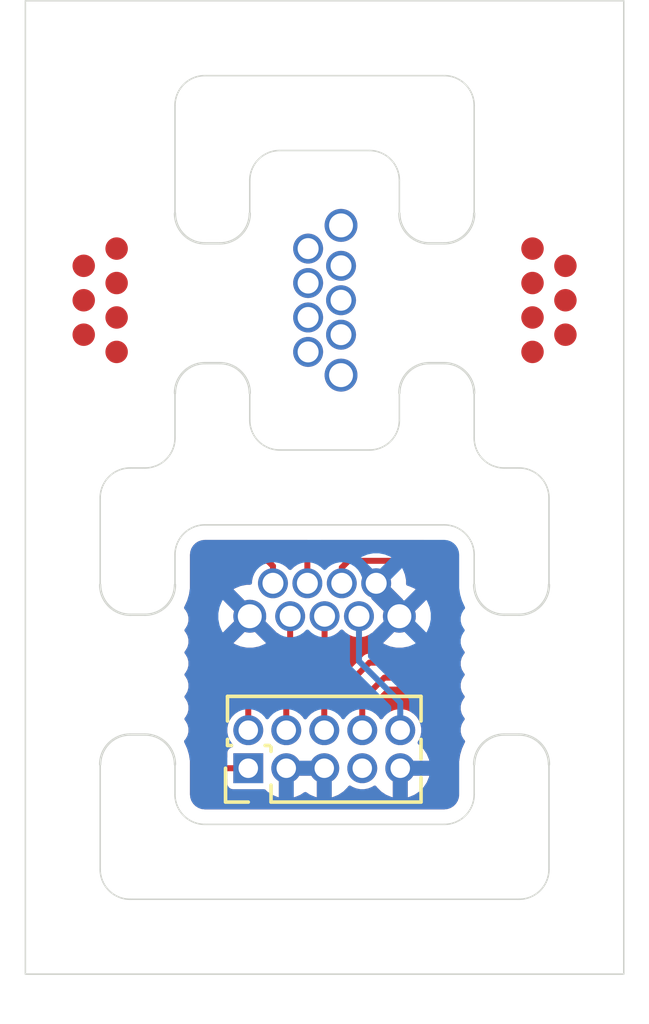
<source format=kicad_pcb>
(kicad_pcb (version 20241129) (generator "pcbnew") (generator_version "8.99")
  (layers (0 "F.Cu" signal) (2 "B.Cu" signal) (13 "F.Paste" user) (15 "B.Paste" user) (5 "F.SilkS" user "F.Silkscreen") (7 "B.SilkS" user "B.Silkscreen") (1 "F.Mask" user) (3 "B.Mask" user) (25 "Edge.Cuts" user))
  (net 0 "")
  (net 10 "/RX")
  (net 11 "/TX")
  (net 12 "Net-(J2-Pin_1)")
  (net 13 "/~{RESET}")
  (net 14 "/GND")
  (net 15 "/SWDIO")
  (net 16 "/SWCLK")
  (footprint "PCM_marbastlib-various:mousebites_2.5mm" (layer "F.Cu") (at 150.1 109)
    (property "Reference" "H3" (hide yes))
    (property "Value" "MountingHole" (hide yes))
    (fp_line (start -1.5 -2) (end -1 -2) (stroke (width 0.08)) (layer "Edge.Cuts"))
    (fp_line (start -1 2) (end -1.5 2) (stroke (width 0.08)) (layer "Edge.Cuts"))
    (fp_arc (start -2.5 3) (mid -2.207108 2.292895) (end -1.500003 2.000003) (stroke (width 0.08)) (layer "Edge.Cuts"))
    (fp_arc (start -1.5 -2) (mid -2.207105 -2.292892) (end -2.499997 -2.999997) (stroke (width 0.08)) (layer "Edge.Cuts"))
    (fp_arc (start -1 2) (mid -0.292895 2.292892) (end -0.000003 2.999997) (stroke (width 0.08)) (layer "Edge.Cuts"))
    (fp_arc (start 0 -3) (mid -0.292892 -2.292895) (end -0.999997 -2.000003) (stroke (width 0.08)) (layer "Edge.Cuts"))
    (pad "" np_thru_hole circle (at -0.05 -1.85) (size 0.5 0.5) (drill 0.5) (layers "F&B.Cu" "*.Mask"))
    (pad "" np_thru_hole circle (at -0.05 -1.11) (size 0.5 0.5) (drill 0.5) (layers "F&B.Cu" "*.Mask"))
    (pad "" np_thru_hole circle (at -0.05 -0.37) (size 0.5 0.5) (drill 0.5) (layers "F&B.Cu" "*.Mask"))
    (pad "" np_thru_hole circle (at -0.05 0.37) (size 0.5 0.5) (drill 0.5) (layers "F&B.Cu" "*.Mask"))
    (pad "" np_thru_hole circle (at -0.05 1.11) (size 0.5 0.5) (drill 0.5) (layers "F&B.Cu" "*.Mask"))
    (pad "" np_thru_hole circle (at -0.05 1.85) (size 0.5 0.5) (drill 0.5) (layers "F&B.Cu" "*.Mask"))
  )
  (footprint "PCM_marbastlib-various:mousebites_2.5mm" (layer "F.Cu") (at 157.6 96.6 180)
    (property "Reference" "H2" (hide yes))
    (property "Value" "MountingHole" (hide yes))
    (fp_line (start -1 2) (end -1.5 2) (stroke (width 0.08)) (layer "Edge.Cuts"))
    (fp_line (start -1.5 -2) (end -1 -2) (stroke (width 0.08)) (layer "Edge.Cuts"))
    (fp_arc (start 0 -3) (mid -0.292892 -2.292895) (end -0.999997 -2.000003) (stroke (width 0.08)) (layer "Edge.Cuts"))
    (fp_arc (start -1 2) (mid -0.292895 2.292892) (end -0.000003 2.999997) (stroke (width 0.08)) (layer "Edge.Cuts"))
    (fp_arc (start -1.5 -2) (mid -2.207105 -2.292892) (end -2.499997 -2.999997) (stroke (width 0.08)) (layer "Edge.Cuts"))
    (fp_arc (start -2.5 3) (mid -2.207108 2.292895) (end -1.500003 2.000003) (stroke (width 0.08)) (layer "Edge.Cuts"))
    (pad "" np_thru_hole circle (at -0.05 -1.85 180) (size 0.5 0.5) (drill 0.5) (layers "F&B.Cu" "*.Mask"))
    (pad "" np_thru_hole circle (at -0.05 -1.11 180) (size 0.5 0.5) (drill 0.5) (layers "F&B.Cu" "*.Mask"))
    (pad "" np_thru_hole circle (at -0.05 -0.37 180) (size 0.5 0.5) (drill 0.5) (layers "F&B.Cu" "*.Mask"))
    (pad "" np_thru_hole circle (at -0.05 0.37 180) (size 0.5 0.5) (drill 0.5) (layers "F&B.Cu" "*.Mask"))
    (pad "" np_thru_hole circle (at -0.05 1.11 180) (size 0.5 0.5) (drill 0.5) (layers "F&B.Cu" "*.Mask"))
    (pad "" np_thru_hole circle (at -0.05 1.85 180) (size 0.5 0.5) (drill 0.5) (layers "F&B.Cu" "*.Mask"))
  )
  (footprint "PCM_marbastlib-various:mousebites_2.5mm" (layer "F.Cu") (at 152.6 96.6)
    (property "Reference" "H1" (hide yes))
    (property "Value" "MountingHole" (hide yes))
    (fp_line (start -1.5 -2) (end -1 -2) (stroke (width 0.08)) (layer "Edge.Cuts"))
    (fp_line (start -1 2) (end -1.5 2) (stroke (width 0.08)) (layer "Edge.Cuts"))
    (fp_arc (start -2.5 3) (mid -2.207108 2.292895) (end -1.500003 2.000003) (stroke (width 0.08)) (layer "Edge.Cuts"))
    (fp_arc (start -1.5 -2) (mid -2.207105 -2.292892) (end -2.499997 -2.999997) (stroke (width 0.08)) (layer "Edge.Cuts"))
    (fp_arc (start -1 2) (mid -0.292895 2.292892) (end -0.000003 2.999997) (stroke (width 0.08)) (layer "Edge.Cuts"))
    (fp_arc (start 0 -3) (mid -0.292892 -2.292895) (end -0.999997 -2.000003) (stroke (width 0.08)) (layer "Edge.Cuts"))
    (pad "" np_thru_hole circle (at -0.05 -1.85) (size 0.5 0.5) (drill 0.5) (layers "F&B.Cu" "*.Mask"))
    (pad "" np_thru_hole circle (at -0.05 -1.11) (size 0.5 0.5) (drill 0.5) (layers "F&B.Cu" "*.Mask"))
    (pad "" np_thru_hole circle (at -0.05 -0.37) (size 0.5 0.5) (drill 0.5) (layers "F&B.Cu" "*.Mask"))
    (pad "" np_thru_hole circle (at -0.05 0.37) (size 0.5 0.5) (drill 0.5) (layers "F&B.Cu" "*.Mask"))
    (pad "" np_thru_hole circle (at -0.05 1.11) (size 0.5 0.5) (drill 0.5) (layers "F&B.Cu" "*.Mask"))
    (pad "" np_thru_hole circle (at -0.05 1.85) (size 0.5 0.5) (drill 0.5) (layers "F&B.Cu" "*.Mask"))
  )
  (footprint "EZConnect:EZConnect" (layer "F.Cu") (at 155.1 106.5)
    (property "Reference" "J2" (hide yes))
    (property "Value" "Conn_01x07_MountingPin")
    (pad "1" thru_hole circle (at -1.725 -0.55) (size 1 1) (drill 0.7) (layers "*.Cu" "*.Mask") (net 12 "Net-(J2-Pin_1)"))
    (pad "2" thru_hole circle (at -0.575 -0.55) (size 1 1) (drill 0.7) (layers "*.Cu" "*.Mask") (net 10 "/RX"))
    (pad "3" thru_hole circle (at 0.575 -0.55) (size 1 1) (drill 0.7) (layers "*.Cu" "*.Mask") (net 11 "/TX"))
    (pad "4" thru_hole circle (at 1.725 -0.55) (size 1 1) (drill 0.7) (layers "*.Cu" "*.Mask") (net 14 "/GND"))
    (pad "5" thru_hole circle (at -1.15 0.55) (size 1 1) (drill 0.7) (layers "*.Cu" "*.Mask") (net 15 "/SWDIO"))
    (pad "6" thru_hole circle (at 0 0.55) (size 1 1) (drill 0.7) (layers "*.Cu" "*.Mask") (net 16 "/SWCLK"))
    (pad "7" thru_hole circle (at 1.15 0.55) (size 1 1) (drill 0.7) (layers "*.Cu" "*.Mask") (net 13 "/~{RESET}"))
    (pad "MP" thru_hole circle (at -2.5 0.55) (size 1.1 1.1) (drill 0.8) (layers "*.Cu" "*.Mask") (net 14 "/GND"))
    (pad "MP" thru_hole circle (at 2.5 0.55) (size 1.1 1.1) (drill 0.8) (layers "*.Cu" "*.Mask") (net 14 "/GND"))
  )
  (footprint "EZConnect:EZConnect" (layer "F.Cu") (at 155.1 96.5 90)
    (property "Reference" "J1" (hide yes))
    (property "Value" "Conn_01x07_MountingPin")
    (pad "1" thru_hole circle (at -1.725 -0.55 90) (size 1 1) (drill 0.7) (layers "*.Cu" "*.Mask"))
    (pad "2" thru_hole circle (at -0.575 -0.55 90) (size 1 1) (drill 0.7) (layers "*.Cu" "*.Mask"))
    (pad "3" thru_hole circle (at 0.575 -0.55 90) (size 1 1) (drill 0.7) (layers "*.Cu" "*.Mask"))
    (pad "4" thru_hole circle (at 1.725 -0.55 90) (size 1 1) (drill 0.7) (layers "*.Cu" "*.Mask"))
    (pad "5" thru_hole circle (at -1.15 0.55 90) (size 1 1) (drill 0.7) (layers "*.Cu" "*.Mask"))
    (pad "6" thru_hole circle (at 0 0.55 90) (size 1 1) (drill 0.7) (layers "*.Cu" "*.Mask"))
    (pad "7" thru_hole circle (at 1.15 0.55 90) (size 1 1) (drill 0.7) (layers "*.Cu" "*.Mask"))
    (pad "MP" thru_hole circle (at -2.5 0.55 90) (size 1.1 1.1) (drill 0.8) (layers "*.Cu" "*.Mask"))
    (pad "MP" thru_hole circle (at 2.5 0.55 90) (size 1.1 1.1) (drill 0.8) (layers "*.Cu" "*.Mask"))
  )
  (footprint "EZConnect:EZConnect_Contact" (layer "F.Cu") (at 147.6 96.5 -90)
    (property "Reference" "J5" (hide yes))
    (property "Value" "Conn_01x07_MountingPin")
    (pad "" np_thru_hole circle (at -2.5 0.55 270) (size 1 1) (drill 1) (layers "F&B.Cu" "*.Mask"))
    (pad "" np_thru_hole circle (at 2.5 0.55 270) (size 1 1) (drill 1) (layers "F&B.Cu" "*.Mask"))
    (pad "1" smd circle (at -1.725 -0.55 270) (size 0.75 0.75) (layers "F.Cu" "F.Mask"))
    (pad "2" smd circle (at -0.575 -0.55 270) (size 0.75 0.75) (layers "F.Cu" "F.Mask"))
    (pad "3" smd circle (at 0.575 -0.55 270) (size 0.75 0.75) (layers "F.Cu" "F.Mask"))
    (pad "4" smd circle (at 1.725 -0.55 270) (size 0.75 0.75) (layers "F.Cu" "F.Mask"))
    (pad "5" smd circle (at -1.15 0.55 270) (size 0.75 0.75) (layers "F.Cu" "F.Mask"))
    (pad "6" smd circle (at 0 0.55 270) (size 0.75 0.75) (layers "F.Cu" "F.Mask"))
    (pad "7" smd circle (at 1.15 0.55 270) (size 0.75 0.75) (layers "F.Cu" "F.Mask"))
  )
  (footprint "Connector_PinHeader_1.27mm:PinHeader_2x05_P1.27mm_Vertical" (layer "F.Cu") (at 152.55 112.125 90)
    (property "Reference" "J3" (hide yes))
    (property "Value" "Conn_ARM_JTAG_SWD_10")
    (fp_line (start -1.13 -0.76) (end 0 -0.76) (stroke (width 0.12)) (layer "F.SilkS"))
    (fp_line (start 2.4 -0.695) (end 2.4 5.775) (stroke (width 0.12)) (layer "F.SilkS"))
    (fp_line (start 1.57753 -0.695) (end 2.4 -0.695) (stroke (width 0.12)) (layer "F.SilkS"))
    (fp_line (start 0.76 -0.695) (end 0.96247 -0.695) (stroke (width 0.12)) (layer "F.SilkS"))
    (fp_line (start 0.76 -0.563471) (end 0.76 -0.695) (stroke (width 0.12)) (layer "F.SilkS"))
    (fp_line (start -1.13 0) (end -1.13 -0.76) (stroke (width 0.12)) (layer "F.SilkS"))
    (fp_line (start 0.76 0.706529) (end 0.76 0.563471) (stroke (width 0.12)) (layer "F.SilkS"))
    (fp_line (start 0.563471 0.76) (end 0.706529 0.76) (stroke (width 0.12)) (layer "F.SilkS"))
    (fp_line (start -1.13 0.76) (end -0.563471 0.76) (stroke (width 0.12)) (layer "F.SilkS"))
    (fp_line (start -1.13 0.76) (end -1.13 5.775) (stroke (width 0.12)) (layer "F.SilkS"))
    (fp_line (start 1.57753 5.775) (end 2.4 5.775) (stroke (width 0.12)) (layer "F.SilkS"))
    (fp_line (start 0.30753 5.775) (end 0.96247 5.775) (stroke (width 0.12)) (layer "F.SilkS"))
    (fp_line (start -1.13 5.775) (end -0.30753 5.775) (stroke (width 0.12)) (layer "F.SilkS"))
    (pad "1" thru_hole rect (at 0 0 90) (size 1 1) (drill 0.65) (layers "*.Cu" "*.Mask") (net 12 "Net-(J2-Pin_1)"))
    (pad "2" thru_hole oval (at 1.27 0 90) (size 1 1) (drill 0.65) (layers "*.Cu" "*.Mask") (net 15 "/SWDIO"))
    (pad "3" thru_hole oval (at 0 1.27 90) (size 1 1) (drill 0.65) (layers "*.Cu" "*.Mask") (net 14 "/GND"))
    (pad "4" thru_hole oval (at 1.27 1.27 90) (size 1 1) (drill 0.65) (layers "*.Cu" "*.Mask") (net 16 "/SWCLK"))
    (pad "5" thru_hole oval (at 0 2.54 90) (size 1 1) (drill 0.65) (layers "*.Cu" "*.Mask") (net 14 "/GND"))
    (pad "6" thru_hole oval (at 1.27 2.54 90) (size 1 1) (drill 0.65) (layers "*.Cu" "*.Mask") (net 11 "/TX"))
    (pad "7" thru_hole oval (at 0 3.81 90) (size 1 1) (drill 0.65) (layers "*.Cu" "*.Mask"))
    (pad "8" thru_hole oval (at 1.27 3.81 90) (size 1 1) (drill 0.65) (layers "*.Cu" "*.Mask") (net 10 "/RX"))
    (pad "9" thru_hole oval (at 0 5.08 90) (size 1 1) (drill 0.65) (layers "*.Cu" "*.Mask") (net 14 "/GND"))
    (pad "10" thru_hole oval (at 1.27 5.08 90) (size 1 1) (drill 0.65) (layers "*.Cu" "*.Mask") (net 13 "/~{RESET}"))
  )
  (footprint "EZConnect:EZConnect_Contact" (layer "F.Cu") (at 162.6 96.5 90)
    (property "Reference" "J4" (hide yes))
    (property "Value" "Conn_01x07_MountingPin")
    (pad "" np_thru_hole circle (at -2.5 0.55 90) (size 1 1) (drill 1) (layers "F&B.Cu" "*.Mask"))
    (pad "" np_thru_hole circle (at 2.5 0.55 90) (size 1 1) (drill 1) (layers "F&B.Cu" "*.Mask"))
    (pad "1" smd circle (at -1.725 -0.55 90) (size 0.75 0.75) (layers "F.Cu" "F.Mask"))
    (pad "2" smd circle (at -0.575 -0.55 90) (size 0.75 0.75) (layers "F.Cu" "F.Mask"))
    (pad "3" smd circle (at 0.575 -0.55 90) (size 0.75 0.75) (layers "F.Cu" "F.Mask"))
    (pad "4" smd circle (at 1.725 -0.55 90) (size 0.75 0.75) (layers "F.Cu" "F.Mask"))
    (pad "5" smd circle (at -1.15 0.55 90) (size 0.75 0.75) (layers "F.Cu" "F.Mask"))
    (pad "6" smd circle (at 0 0.55 90) (size 0.75 0.75) (layers "F.Cu" "F.Mask"))
    (pad "7" smd circle (at 1.15 0.55 90) (size 0.75 0.75) (layers "F.Cu" "F.Mask"))
  )
  (footprint "PCM_marbastlib-various:mousebites_2.5mm" (layer "F.Cu") (at 160.1 109 180)
    (property "Reference" "H4" (hide yes))
    (property "Value" "MountingHole" (hide yes))
    (fp_line (start -1 2) (end -1.5 2) (stroke (width 0.08)) (layer "Edge.Cuts"))
    (fp_line (start -1.5 -2) (end -1 -2) (stroke (width 0.08)) (layer "Edge.Cuts"))
    (fp_arc (start 0 -3) (mid -0.292892 -2.292895) (end -0.999997 -2.000003) (stroke (width 0.08)) (layer "Edge.Cuts"))
    (fp_arc (start -1 2) (mid -0.292895 2.292892) (end -0.000003 2.999997) (stroke (width 0.08)) (layer "Edge.Cuts"))
    (fp_arc (start -1.5 -2) (mid -2.207105 -2.292892) (end -2.499997 -2.999997) (stroke (width 0.08)) (layer "Edge.Cuts"))
    (fp_arc (start -2.5 3) (mid -2.207108 2.292895) (end -1.500003 2.000003) (stroke (width 0.08)) (layer "Edge.Cuts"))
    (pad "" np_thru_hole circle (at -0.05 -1.85 180) (size 0.5 0.5) (drill 0.5) (layers "F&B.Cu" "*.Mask"))
    (pad "" np_thru_hole circle (at -0.05 -1.11 180) (size 0.5 0.5) (drill 0.5) (layers "F&B.Cu" "*.Mask"))
    (pad "" np_thru_hole circle (at -0.05 -0.37 180) (size 0.5 0.5) (drill 0.5) (layers "F&B.Cu" "*.Mask"))
    (pad "" np_thru_hole circle (at -0.05 0.37 180) (size 0.5 0.5) (drill 0.5) (layers "F&B.Cu" "*.Mask"))
    (pad "" np_thru_hole circle (at -0.05 1.11 180) (size 0.5 0.5) (drill 0.5) (layers "F&B.Cu" "*.Mask"))
    (pad "" np_thru_hole circle (at -0.05 1.85 180) (size 0.5 0.5) (drill 0.5) (layers "F&B.Cu" "*.Mask"))
  )
  (gr_arc (start 150.100001 90) (mid 150.392894 89.292893) (end 151.100001 89) (stroke (width 0.05)) (layer "Edge.Cuts"))
  (gr_arc (start 161.6 102.1) (mid 162.307107 102.392893) (end 162.6 103.1) (stroke (width 0.05)) (layer "Edge.Cuts"))
  (gr_line (start 157.6 100.5) (end 157.6 99.6) (stroke (width 0.05)) (layer "Edge.Cuts"))
  (gr_arc (start 150.1 105) (mid 150.392893 104.292893) (end 151.1 104) (stroke (width 0.05)) (layer "Edge.Cuts"))
  (gr_arc (start 156.6 91.5) (mid 157.307107 91.792893) (end 157.6 92.5) (stroke (width 0.05)) (layer "Edge.Cuts"))
  (gr_line (start 152.599997 99.599997) (end 152.599997 100.5) (stroke (width 0.05)) (layer "Edge.Cuts"))
  (gr_line (start 147.600003 103.1) (end 147.600003 106) (stroke (width 0.05)) (layer "Edge.Cuts"))
  (gr_arc (start 152.6 92.5) (mid 152.892893 91.792893) (end 153.6 91.5) (stroke (width 0.05)) (layer "Edge.Cuts"))
  (gr_line (start 160.1 93.6) (end 160.1 89.999997) (stroke (width 0.05)) (layer "Edge.Cuts"))
  (gr_line (start 153.6 91.5) (end 156.6 91.5) (stroke (width 0.05)) (layer "Edge.Cuts"))
  (gr_line (start 147.6 112) (end 147.6 115.5) (stroke (width 0.05)) (layer "Edge.Cuts"))
  (gr_line (start 161.099999 102.1) (end 161.6 102.1) (stroke (width 0.05)) (layer "Edge.Cuts"))
  (gr_line (start 150.100004 99.599997) (end 150.100004 101.1) (stroke (width 0.05)) (layer "Edge.Cuts"))
  (gr_rect (start 145.1 86.5) (end 165.1 119) (stroke (width 0.05)) (fill no) (layer "Edge.Cuts"))
  (gr_line (start 160.099999 99.599997) (end 160.099999 101.1) (stroke (width 0.05)) (layer "Edge.Cuts"))
  (gr_arc (start 160.1 113) (mid 159.807107 113.707107) (end 159.1 114) (stroke (width 0.05)) (layer "Edge.Cuts"))
  (gr_line (start 150.1 105) (end 150.1 106.000003) (stroke (width 0.05)) (layer "Edge.Cuts"))
  (gr_arc (start 148.6 116.5) (mid 147.892893 116.207107) (end 147.6 115.5) (stroke (width 0.05)) (layer "Edge.Cuts"))
  (gr_line (start 149.100004 102.1) (end 148.600003 102.1) (stroke (width 0.05)) (layer "Edge.Cuts"))
  (gr_line (start 159.1 88.999997) (end 151.1 88.999997) (stroke (width 0.05)) (layer "Edge.Cuts"))
  (gr_arc (start 161.099999 102.1) (mid 160.392893 101.807106) (end 160.099999 101.1) (stroke (width 0.05)) (layer "Edge.Cuts"))
  (gr_arc (start 150.100004 101.1) (mid 149.80711 101.807106) (end 149.100004 102.1) (stroke (width 0.05)) (layer "Edge.Cuts"))
  (gr_line (start 152.6 92.5) (end 152.6 93.6) (stroke (width 0.05)) (layer "Edge.Cuts"))
  (gr_arc (start 159.1 104) (mid 159.807107 104.292893) (end 160.1 105) (stroke (width 0.05)) (layer "Edge.Cuts"))
  (gr_line (start 160.1 105) (end 160.1 106.000003) (stroke (width 0.05)) (layer "Edge.Cuts"))
  (gr_arc (start 157.6 100.5) (mid 157.307107 101.207107) (end 156.6 101.5) (stroke (width 0.05)) (layer "Edge.Cuts"))
  (gr_line (start 162.6 112) (end 162.6 115.5) (stroke (width 0.05)) (layer "Edge.Cuts"))
  (gr_line (start 151.1 104) (end 159.1 104) (stroke (width 0.05)) (layer "Edge.Cuts"))
  (gr_line (start 156.6 101.5) (end 153.6 101.5) (stroke (width 0.05)) (layer "Edge.Cuts"))
  (gr_line (start 150.1 112) (end 150.1 113) (stroke (width 0.05)) (layer "Edge.Cuts"))
  (gr_arc (start 162.6 115.5) (mid 162.307107 116.207107) (end 161.6 116.5) (stroke (width 0.05)) (layer "Edge.Cuts"))
  (gr_line (start 157.600003 93.600003) (end 157.600003 92.5) (stroke (width 0.05)) (layer "Edge.Cuts"))
  (gr_arc (start 151.1 114) (mid 150.392893 113.707107) (end 150.1 113) (stroke (width 0.05)) (layer "Edge.Cuts"))
  (gr_arc (start 153.6 101.5) (mid 152.892893 101.207107) (end 152.6 100.5) (stroke (width 0.05)) (layer "Edge.Cuts"))
  (gr_arc (start 159.1 88.999997) (mid 159.807108 89.29289) (end 160.1 89.999997) (stroke (width 0.05)) (layer "Edge.Cuts"))
  (gr_arc (start 147.600003 103.1) (mid 147.892896 102.392893) (end 148.600003 102.1) (stroke (width 0.05)) (layer "Edge.Cuts"))
  (gr_line (start 161.6 116.5) (end 148.6 116.5) (stroke (width 0.05)) (layer "Edge.Cuts"))
  (gr_line (start 162.6 103.1) (end 162.6 106) (stroke (width 0.05)) (layer "Edge.Cuts"))
  (gr_line (start 159.1 114) (end 151.1 114) (stroke (width 0.05)) (layer "Edge.Cuts"))
  (gr_line (start 150.100001 93.600003) (end 150.100001 90) (stroke (width 0.05)) (layer "Edge.Cuts"))
  (gr_line (start 160.1 112) (end 160.1 113) (stroke (width 0.05)) (layer "Edge.Cuts"))
  (segment (start 159.3 105.5) (end 159.3 107.9) (width 0.2) (layer "F.Cu") (net 10))
  (segment (start 156.36 109.84) (end 156.36 110.855) (width 0.2) (layer "F.Cu") (net 10))
  (segment (start 154.525 105.075) (end 154.999 104.601) (width 0.2) (layer "F.Cu") (net 10))
  (segment (start 158.401 104.601) (end 159.3 105.5) (width 0.2) (layer "F.Cu") (net 10))
  (segment (start 158.1 109.1) (end 157.1 109.1) (width 0.2) (layer "F.Cu") (net 10))
  (segment (start 154.999 104.601) (end 158.401 104.601) (width 0.2) (layer "F.Cu") (net 10))
  (segment (start 159.3 107.9) (end 158.1 109.1) (width 0.2) (layer "F.Cu") (net 10))
  (segment (start 154.525 105.95) (end 154.525 105.075) (width 0.2) (layer "F.Cu") (net 10))
  (segment (start 157.1 109.1) (end 156.36 109.84) (width 0.2) (layer "F.Cu") (net 10))
  (segment (start 158.8 105.8) (end 158.2 105.2) (width 0.2) (layer "F.Cu") (net 11))
  (segment (start 157.9 108.6) (end 158.8 107.7) (width 0.2) (layer "F.Cu") (net 11))
  (segment (start 158.2 105.2) (end 155.9 105.2) (width 0.2) (layer "F.Cu") (net 11))
  (segment (start 155.09 110.855) (end 155.09 110.11) (width 0.2) (layer "F.Cu") (net 11))
  (segment (start 155.09 110.11) (end 156.6 108.6) (width 0.2) (layer "F.Cu") (net 11))
  (segment (start 156.6 108.6) (end 157.9 108.6) (width 0.2) (layer "F.Cu") (net 11))
  (segment (start 158.8 107.7) (end 158.8 105.8) (width 0.2) (layer "F.Cu") (net 11))
  (segment (start 155.675 105.425) (end 155.675 105.95) (width 0.2) (layer "F.Cu") (net 11))
  (segment (start 155.9 105.2) (end 155.675 105.425) (width 0.2) (layer "F.Cu") (net 11))
  (segment (start 151.625 112.125) (end 152.55 112.125) (width 0.2) (layer "F.Cu") (net 12))
  (segment (start 151.3 105.8) (end 151.3 111.8) (width 0.2) (layer "F.Cu") (net 12))
  (segment (start 153.375 105.95) (end 153.375 105.375) (width 0.2) (layer "F.Cu") (net 12))
  (segment (start 151.3 111.8) (end 151.625 112.125) (width 0.2) (layer "F.Cu") (net 12))
  (segment (start 153.2 105.2) (end 151.9 105.2) (width 0.2) (layer "F.Cu") (net 12))
  (segment (start 153.375 105.375) (end 153.2 105.2) (width 0.2) (layer "F.Cu") (net 12))
  (segment (start 151.9 105.2) (end 151.3 105.8) (width 0.2) (layer "F.Cu") (net 12))
  (segment (start 156.25 108.55) (end 156.25 107.05) (width 0.2) (layer "B.Cu") (net 13))
  (segment (start 157.63 109.93) (end 156.25 108.55) (width 0.2) (layer "B.Cu") (net 13))
  (segment (start 157.63 110.855) (end 157.63 109.93) (width 0.2) (layer "B.Cu") (net 13))
  (segment (start 153.95 107.85) (end 152.55 109.25) (width 0.2) (layer "F.Cu") (net 15))
  (segment (start 152.55 109.25) (end 152.55 110.855) (width 0.2) (layer "F.Cu") (net 15))
  (segment (start 153.95 107.05) (end 153.95 107.85) (width 0.2) (layer "F.Cu") (net 15))
  (segment (start 155.1 108.7) (end 155.1 107.05) (width 0.2) (layer "F.Cu") (net 16))
  (segment (start 153.82 110.855) (end 153.82 109.98) (width 0.2) (layer "F.Cu") (net 16))
  (segment (start 153.82 109.98) (end 155.1 108.7) (width 0.2) (layer "F.Cu") (net 16))
  (zone (net 14) (net_name "/GND") (layers "F&B.Cu") (connect_pads (clearance 0.127)) (min_thickness 0.127) (fill yes (thermal_gap 0.5) (thermal_bridge_width 0.5))
    (polygon (pts (xy 149.9 103.8) (xy 160.3 103.8) (xy 160.3 114.2) (xy 149.9 114.2)))
  )
)
</source>
